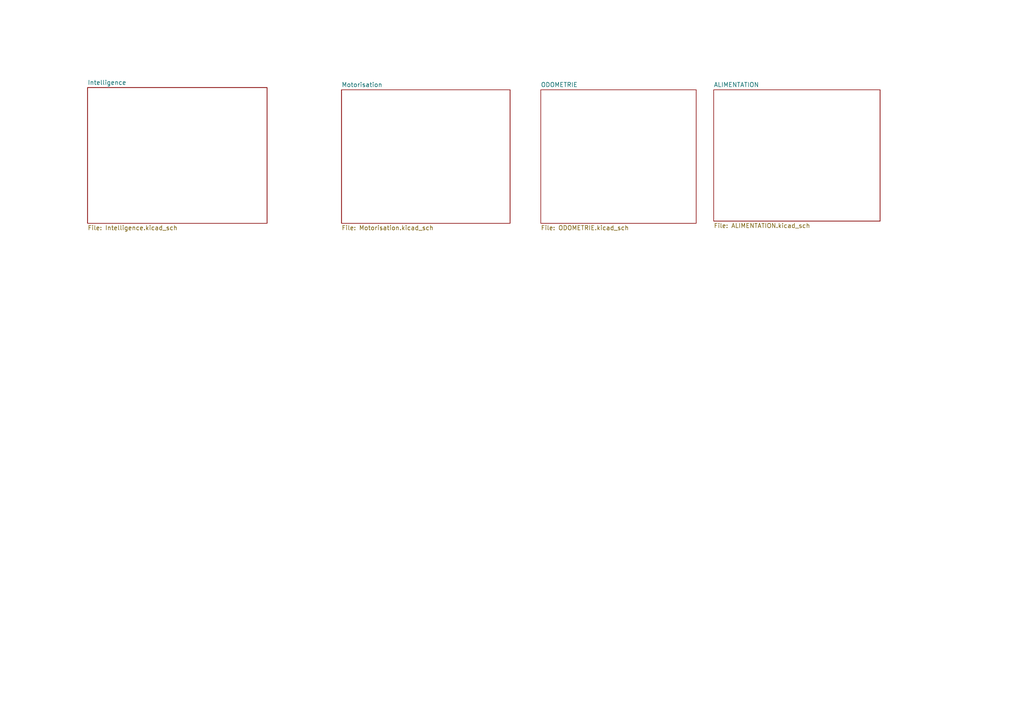
<source format=kicad_sch>
(kicad_sch
	(version 20231120)
	(generator "eeschema")
	(generator_version "8.0")
	(uuid "d9206c9f-5419-4e76-8d5b-277d78963758")
	(paper "A4")
	(lib_symbols)
	(sheet
		(at 207.01 26.035)
		(size 48.26 38.1)
		(fields_autoplaced yes)
		(stroke
			(width 0)
			(type solid)
		)
		(fill
			(color 0 0 0 0.0000)
		)
		(uuid "6d231ae7-a8a8-43ea-b3c7-98ef1f461626")
		(property "Sheetname" "ALIMENTATION"
			(at 207.01 25.3234 0)
			(effects
				(font
					(size 1.27 1.27)
				)
				(justify left bottom)
			)
		)
		(property "Sheetfile" "ALIMENTATION.kicad_sch"
			(at 207.01 64.7196 0)
			(effects
				(font
					(size 1.27 1.27)
				)
				(justify left top)
			)
		)
		(instances
			(project "MainBoard"
				(path "/d9206c9f-5419-4e76-8d5b-277d78963758"
					(page "5")
				)
			)
		)
	)
	(sheet
		(at 25.4 25.4)
		(size 52.07 39.37)
		(fields_autoplaced yes)
		(stroke
			(width 0)
			(type solid)
		)
		(fill
			(color 0 0 0 0.0000)
		)
		(uuid "782fcb13-8f14-4c4c-bc2f-3b21160c463a")
		(property "Sheetname" "Intelligence"
			(at 25.4 24.6884 0)
			(effects
				(font
					(size 1.27 1.27)
				)
				(justify left bottom)
			)
		)
		(property "Sheetfile" "Intelligence.kicad_sch"
			(at 25.4 65.3546 0)
			(effects
				(font
					(size 1.27 1.27)
				)
				(justify left top)
			)
		)
		(instances
			(project "MainBoard"
				(path "/d9206c9f-5419-4e76-8d5b-277d78963758"
					(page "2")
				)
			)
		)
	)
	(sheet
		(at 156.845 26.035)
		(size 45.085 38.735)
		(fields_autoplaced yes)
		(stroke
			(width 0)
			(type solid)
		)
		(fill
			(color 0 0 0 0.0000)
		)
		(uuid "8c15e91f-db2a-42f5-9e8c-c3a3da54bfef")
		(property "Sheetname" "ODOMETRIE"
			(at 156.845 25.3234 0)
			(effects
				(font
					(size 1.27 1.27)
				)
				(justify left bottom)
			)
		)
		(property "Sheetfile" "ODOMETRIE.kicad_sch"
			(at 156.845 65.3546 0)
			(effects
				(font
					(size 1.27 1.27)
				)
				(justify left top)
			)
		)
		(instances
			(project "MainBoard"
				(path "/d9206c9f-5419-4e76-8d5b-277d78963758"
					(page "4")
				)
			)
		)
	)
	(sheet
		(at 99.06 26.035)
		(size 48.895 38.735)
		(fields_autoplaced yes)
		(stroke
			(width 0)
			(type solid)
		)
		(fill
			(color 0 0 0 0.0000)
		)
		(uuid "e7063b04-3aa6-4e45-b979-e71f32b3dbb9")
		(property "Sheetname" "Motorisation"
			(at 99.06 25.3234 0)
			(effects
				(font
					(size 1.27 1.27)
				)
				(justify left bottom)
			)
		)
		(property "Sheetfile" "Motorisation.kicad_sch"
			(at 99.06 65.3546 0)
			(effects
				(font
					(size 1.27 1.27)
				)
				(justify left top)
			)
		)
		(instances
			(project "MainBoard"
				(path "/d9206c9f-5419-4e76-8d5b-277d78963758"
					(page "3")
				)
			)
		)
	)
	(sheet_instances
		(path "/"
			(page "1")
		)
	)
)
</source>
